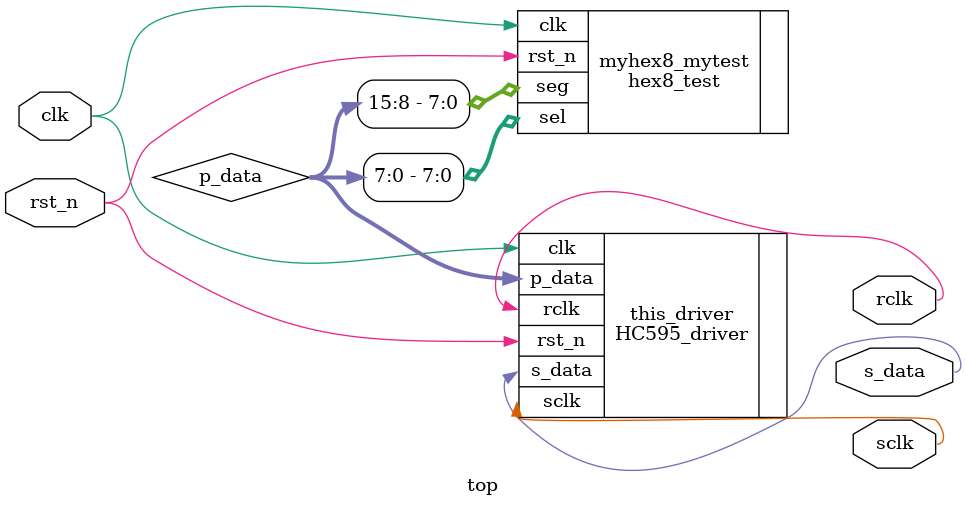
<source format=v>
`timescale 1ns / 1ps



module top(
    clk, rst_n, rclk, sclk, s_data
    );

    input wire clk;
    input wire rst_n;

    output wire rclk;
    output wire sclk;
    output wire s_data;

    wire [15:0] p_data;


    hex8_test myhex8_mytest(.clk(clk), .rst_n(rst_n), .sel(p_data[7:0]), .seg(p_data[15:8]));
    

    HC595_driver this_driver(.clk(clk), .rst_n(rst_n), .p_data(p_data), .s_data(s_data), .sclk(sclk), .rclk(rclk));




endmodule

</source>
